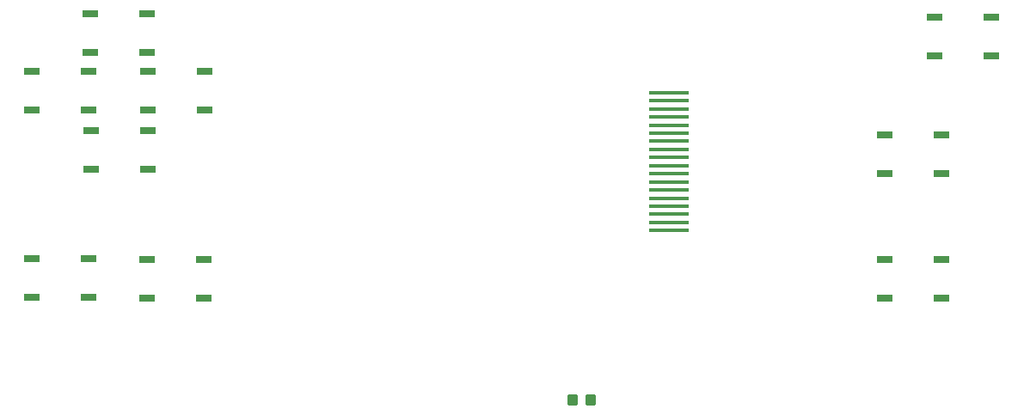
<source format=gbr>
G04 EAGLE Gerber RS-274X export*
G75*
%MOMM*%
%FSLAX34Y34*%
%LPD*%
%INSolderpaste Top*%
%IPPOS*%
%AMOC8*
5,1,8,0,0,1.08239X$1,22.5*%
G01*
%ADD10R,4.000000X0.400000*%
%ADD11R,1.524000X0.762000*%
%ADD12C,0.300000*%


D10*
X649620Y256350D03*
X649620Y264350D03*
X649620Y248350D03*
X649620Y240350D03*
X649620Y232350D03*
X649620Y224350D03*
X649620Y216350D03*
X649620Y208350D03*
X649620Y272350D03*
X649620Y280350D03*
X649620Y288350D03*
X649620Y296350D03*
X649620Y304350D03*
X649620Y312350D03*
X649620Y200350D03*
X649620Y192350D03*
X649620Y320350D03*
X649620Y328350D03*
D11*
X135890Y368300D03*
X80010Y368300D03*
X135890Y406400D03*
X80010Y406400D03*
X81280Y290830D03*
X137160Y290830D03*
X81280Y252730D03*
X137160Y252730D03*
X78740Y311150D03*
X22860Y311150D03*
X78740Y349250D03*
X22860Y349250D03*
X137160Y349250D03*
X193040Y349250D03*
X137160Y311150D03*
X193040Y311150D03*
X135890Y163830D03*
X191770Y163830D03*
X135890Y125730D03*
X191770Y125730D03*
X22860Y165100D03*
X78740Y165100D03*
X22860Y127000D03*
X78740Y127000D03*
X918210Y248920D03*
X862330Y248920D03*
X918210Y287020D03*
X862330Y287020D03*
X967740Y364490D03*
X911860Y364490D03*
X967740Y402590D03*
X911860Y402590D03*
X862330Y163830D03*
X918210Y163830D03*
X862330Y125730D03*
X918210Y125730D03*
D12*
X558610Y28900D02*
X558610Y21900D01*
X551610Y21900D01*
X551610Y28900D01*
X558610Y28900D01*
X558610Y24750D02*
X551610Y24750D01*
X551610Y27600D02*
X558610Y27600D01*
X576150Y28900D02*
X576150Y21900D01*
X569150Y21900D01*
X569150Y28900D01*
X576150Y28900D01*
X576150Y24750D02*
X569150Y24750D01*
X569150Y27600D02*
X576150Y27600D01*
M02*

</source>
